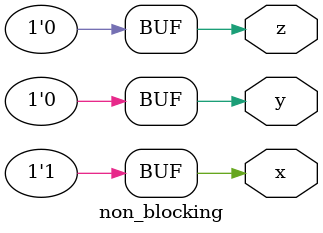
<source format=v>
module non_blocking(
	output reg x, y, z
);
  initial begin
    x = 0; y = 0; z = 0;
    #1 x <= 1;
       y <= x;
       z <= y;
  end
endmodule


</source>
